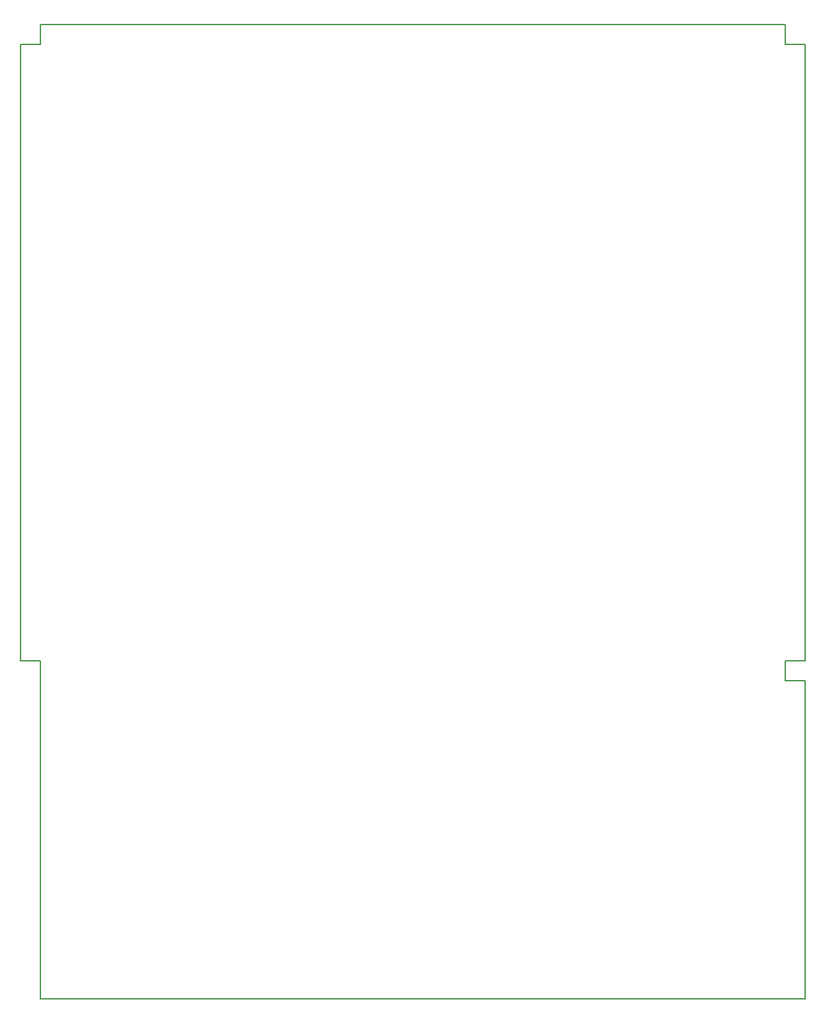
<source format=gbr>
G04 #@! TF.GenerationSoftware,KiCad,Pcbnew,(5.1.5)-3*
G04 #@! TF.CreationDate,2020-07-08T08:05:31+02:00*
G04 #@! TF.ProjectId,SBIO3,5342494f-332e-46b6-9963-61645f706362,rev?*
G04 #@! TF.SameCoordinates,Original*
G04 #@! TF.FileFunction,Other,User*
%FSLAX46Y46*%
G04 Gerber Fmt 4.6, Leading zero omitted, Abs format (unit mm)*
G04 Created by KiCad (PCBNEW (5.1.5)-3) date 2020-07-08 08:05:31*
%MOMM*%
%LPD*%
G04 APERTURE LIST*
%ADD10C,0.150000*%
G04 APERTURE END LIST*
D10*
X75566000Y-132015000D02*
X75565000Y-131445000D01*
X173355000Y-131445000D02*
X170815000Y-131445000D01*
X173355000Y-131953000D02*
X173355000Y-131445000D01*
X170815000Y-131445000D02*
X170815000Y-128905000D01*
X75565000Y-128905000D02*
X75565000Y-131445000D01*
X73025000Y-128905000D02*
X75565000Y-128905000D01*
X73025000Y-55880000D02*
X73025000Y-128905000D01*
X73025000Y-50165000D02*
X73025000Y-55880000D01*
X75565000Y-50165000D02*
X73025000Y-50165000D01*
X75565000Y-47625000D02*
X75565000Y-50165000D01*
X144145000Y-47625000D02*
X75565000Y-47625000D01*
X170815000Y-47625000D02*
X144145000Y-47625000D01*
X170815000Y-50165000D02*
X170815000Y-47625000D01*
X173355000Y-50165000D02*
X170815000Y-50165000D01*
X173355000Y-128905000D02*
X173355000Y-50165000D01*
X170815000Y-128905000D02*
X173355000Y-128905000D01*
X173355000Y-131953000D02*
X173355000Y-172085000D01*
X75566000Y-172020000D02*
X173355000Y-172085000D01*
X75566000Y-132015000D02*
X75566000Y-172020000D01*
M02*

</source>
